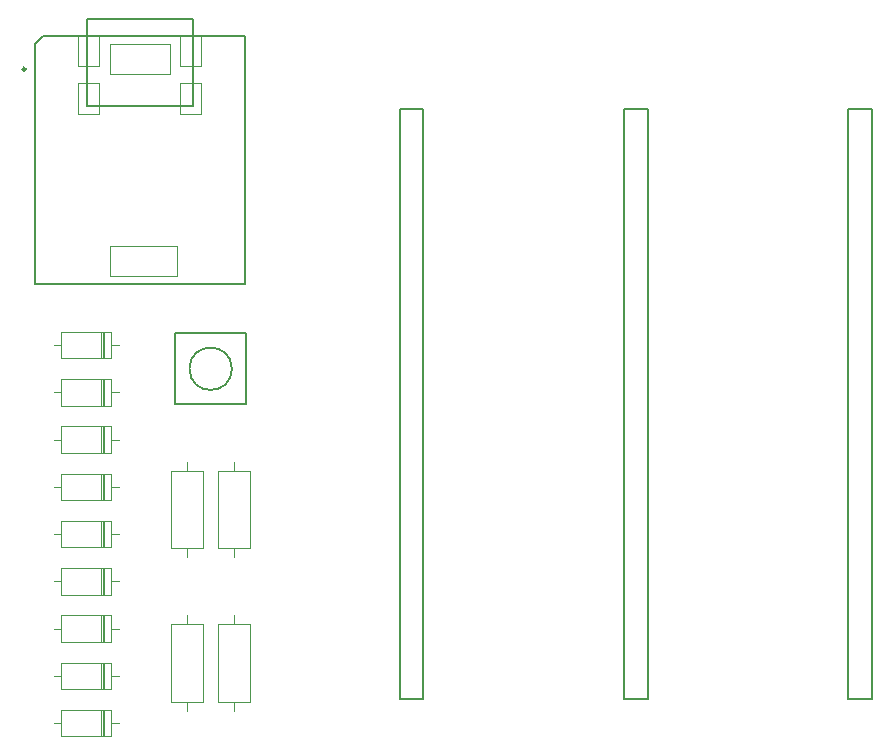
<source format=gto>
%TF.GenerationSoftware,KiCad,Pcbnew,(6.0.10)*%
%TF.CreationDate,2023-03-14T21:43:23-07:00*%
%TF.ProjectId,Top PCB,546f7020-5043-4422-9e6b-696361645f70,rev?*%
%TF.SameCoordinates,Original*%
%TF.FileFunction,Legend,Top*%
%TF.FilePolarity,Positive*%
%FSLAX46Y46*%
G04 Gerber Fmt 4.6, Leading zero omitted, Abs format (unit mm)*
G04 Created by KiCad (PCBNEW (6.0.10)) date 2023-03-14 21:43:23*
%MOMM*%
%LPD*%
G01*
G04 APERTURE LIST*
%ADD10C,0.150000*%
%ADD11C,0.066040*%
%ADD12C,0.127000*%
%ADD13C,0.254000*%
%ADD14C,0.120000*%
G04 APERTURE END LIST*
D10*
X169000000Y-58000000D02*
X171000000Y-58000000D01*
X171000000Y-58000000D02*
X171000000Y-108000000D01*
X171000000Y-108000000D02*
X169000000Y-108000000D01*
X169000000Y-108000000D02*
X169000000Y-58000000D01*
X207000000Y-58000000D02*
X209000000Y-58000000D01*
X209000000Y-58000000D02*
X209000000Y-108000000D01*
X209000000Y-108000000D02*
X207000000Y-108000000D01*
X207000000Y-108000000D02*
X207000000Y-58000000D01*
X188000000Y-108000000D02*
X190000000Y-108000000D01*
X190000000Y-108000000D02*
X190000000Y-58000000D01*
X190000000Y-58000000D02*
X188000000Y-58000000D01*
X188000000Y-58000000D02*
X188000000Y-108000000D01*
D11*
%TO.C,U1*%
X144460000Y-72160000D02*
X144460000Y-69620000D01*
D12*
X142509280Y-50371880D02*
X151503420Y-50371880D01*
X151503420Y-50371880D02*
X151503420Y-57725180D01*
D11*
X150429000Y-54380000D02*
X152207000Y-54380000D01*
D12*
X155907780Y-72795000D02*
X155907780Y-51796820D01*
D11*
X150429000Y-58446540D02*
X150429000Y-55777000D01*
X143571000Y-58446540D02*
X143571000Y-55777000D01*
X144460000Y-55015000D02*
X144460000Y-52475000D01*
X144460000Y-52475000D02*
X149540000Y-52475000D01*
X143571000Y-54380000D02*
X143571000Y-51713000D01*
X141793000Y-58446540D02*
X143571000Y-58446540D01*
X141793000Y-58446540D02*
X141793000Y-55777000D01*
D12*
X151503420Y-57725180D02*
X142504200Y-57725180D01*
D11*
X141793000Y-54380000D02*
X143571000Y-54380000D01*
X150175000Y-72160000D02*
X150175000Y-69620000D01*
X141793000Y-54380000D02*
X141793000Y-51713000D01*
D12*
X155907780Y-51796820D02*
X138780560Y-51796820D01*
D11*
X144460000Y-72160000D02*
X150175000Y-72160000D01*
D12*
X138110000Y-72795000D02*
X155907780Y-72795000D01*
D11*
X144460000Y-69620000D02*
X150175000Y-69620000D01*
X150429000Y-58446540D02*
X152207000Y-58446540D01*
X141793000Y-55777000D02*
X143571000Y-55777000D01*
X150429000Y-54380000D02*
X150429000Y-51713000D01*
D12*
X142504200Y-57725180D02*
X142504200Y-50371880D01*
D11*
X152207000Y-58446540D02*
X152207000Y-55777000D01*
X150429000Y-55777000D02*
X152207000Y-55777000D01*
X150429000Y-51713000D02*
X152207000Y-51713000D01*
X152207000Y-54380000D02*
X152207000Y-51713000D01*
D12*
X138780560Y-51796820D02*
X138110000Y-52467380D01*
D11*
X141793000Y-51713000D02*
X143571000Y-51713000D01*
D12*
X138110000Y-52467380D02*
X138110000Y-72795000D01*
D11*
X144460000Y-55015000D02*
X149540000Y-55015000D01*
X149540000Y-55015000D02*
X149540000Y-52475000D01*
D13*
X137348000Y-54634000D02*
G75*
G03*
X137348000Y-54634000I-127000J0D01*
G01*
D14*
%TO.C,D7*%
X143750000Y-103120000D02*
X143750000Y-100880000D01*
X145240000Y-102000000D02*
X144590000Y-102000000D01*
X140350000Y-100880000D02*
X140350000Y-103120000D01*
X144590000Y-100880000D02*
X140350000Y-100880000D01*
X143870000Y-103120000D02*
X143870000Y-100880000D01*
X139700000Y-102000000D02*
X140350000Y-102000000D01*
X143990000Y-103120000D02*
X143990000Y-100880000D01*
X140350000Y-103120000D02*
X144590000Y-103120000D01*
X144590000Y-103120000D02*
X144590000Y-100880000D01*
%TO.C,D8*%
X143990000Y-91120000D02*
X143990000Y-88880000D01*
X143750000Y-91120000D02*
X143750000Y-88880000D01*
X144590000Y-88880000D02*
X140350000Y-88880000D01*
X144590000Y-91120000D02*
X144590000Y-88880000D01*
X143870000Y-91120000D02*
X143870000Y-88880000D01*
X139700000Y-90000000D02*
X140350000Y-90000000D01*
X145240000Y-90000000D02*
X144590000Y-90000000D01*
X140350000Y-88880000D02*
X140350000Y-91120000D01*
X140350000Y-91120000D02*
X144590000Y-91120000D01*
D10*
%TO.C,SW1*%
X150000000Y-77000000D02*
X156000000Y-77000000D01*
X156000000Y-83000000D02*
X150000000Y-83000000D01*
X156000000Y-77000000D02*
X156000000Y-83000000D01*
X150000000Y-83000000D02*
X150000000Y-77000000D01*
X154796051Y-80000000D02*
G75*
G03*
X154796051Y-80000000I-1796051J0D01*
G01*
D14*
%TO.C,D9*%
X144590000Y-76880000D02*
X140350000Y-76880000D01*
X139700000Y-78000000D02*
X140350000Y-78000000D01*
X145240000Y-78000000D02*
X144590000Y-78000000D01*
X140350000Y-79120000D02*
X144590000Y-79120000D01*
X144590000Y-79120000D02*
X144590000Y-76880000D01*
X143990000Y-79120000D02*
X143990000Y-76880000D01*
X140350000Y-76880000D02*
X140350000Y-79120000D01*
X143870000Y-79120000D02*
X143870000Y-76880000D01*
X143750000Y-79120000D02*
X143750000Y-76880000D01*
%TO.C,R2*%
X155000000Y-87880000D02*
X155000000Y-88650000D01*
X156370000Y-88650000D02*
X153630000Y-88650000D01*
X153630000Y-95190000D02*
X156370000Y-95190000D01*
X155000000Y-95960000D02*
X155000000Y-95190000D01*
X156370000Y-95190000D02*
X156370000Y-88650000D01*
X153630000Y-88650000D02*
X153630000Y-95190000D01*
%TO.C,D2*%
X143870000Y-99120000D02*
X143870000Y-96880000D01*
X140350000Y-99120000D02*
X144590000Y-99120000D01*
X140350000Y-96880000D02*
X140350000Y-99120000D01*
X143750000Y-99120000D02*
X143750000Y-96880000D01*
X143990000Y-99120000D02*
X143990000Y-96880000D01*
X139700000Y-98000000D02*
X140350000Y-98000000D01*
X144590000Y-96880000D02*
X140350000Y-96880000D01*
X145240000Y-98000000D02*
X144590000Y-98000000D01*
X144590000Y-99120000D02*
X144590000Y-96880000D01*
%TO.C,D1*%
X140350000Y-111120000D02*
X144590000Y-111120000D01*
X140350000Y-108880000D02*
X140350000Y-111120000D01*
X143750000Y-111120000D02*
X143750000Y-108880000D01*
X143870000Y-111120000D02*
X143870000Y-108880000D01*
X144590000Y-111120000D02*
X144590000Y-108880000D01*
X144590000Y-108880000D02*
X140350000Y-108880000D01*
X143990000Y-111120000D02*
X143990000Y-108880000D01*
X139700000Y-110000000D02*
X140350000Y-110000000D01*
X145240000Y-110000000D02*
X144590000Y-110000000D01*
%TO.C,D6*%
X143990000Y-83120000D02*
X143990000Y-80880000D01*
X139700000Y-82000000D02*
X140350000Y-82000000D01*
X143750000Y-83120000D02*
X143750000Y-80880000D01*
X140350000Y-83120000D02*
X144590000Y-83120000D01*
X140350000Y-80880000D02*
X140350000Y-83120000D01*
X144590000Y-83120000D02*
X144590000Y-80880000D01*
X143870000Y-83120000D02*
X143870000Y-80880000D01*
X144590000Y-80880000D02*
X140350000Y-80880000D01*
X145240000Y-82000000D02*
X144590000Y-82000000D01*
%TO.C,D3*%
X144590000Y-87120000D02*
X144590000Y-84880000D01*
X139700000Y-86000000D02*
X140350000Y-86000000D01*
X140350000Y-84880000D02*
X140350000Y-87120000D01*
X143990000Y-87120000D02*
X143990000Y-84880000D01*
X143750000Y-87120000D02*
X143750000Y-84880000D01*
X143870000Y-87120000D02*
X143870000Y-84880000D01*
X145240000Y-86000000D02*
X144590000Y-86000000D01*
X140350000Y-87120000D02*
X144590000Y-87120000D01*
X144590000Y-84880000D02*
X140350000Y-84880000D01*
%TO.C,D4*%
X144590000Y-104880000D02*
X140350000Y-104880000D01*
X143750000Y-107120000D02*
X143750000Y-104880000D01*
X139700000Y-106000000D02*
X140350000Y-106000000D01*
X140350000Y-104880000D02*
X140350000Y-107120000D01*
X145240000Y-106000000D02*
X144590000Y-106000000D01*
X143870000Y-107120000D02*
X143870000Y-104880000D01*
X144590000Y-107120000D02*
X144590000Y-104880000D01*
X143990000Y-107120000D02*
X143990000Y-104880000D01*
X140350000Y-107120000D02*
X144590000Y-107120000D01*
%TO.C,R1*%
X151000000Y-87880000D02*
X151000000Y-88650000D01*
X152370000Y-95190000D02*
X152370000Y-88650000D01*
X152370000Y-88650000D02*
X149630000Y-88650000D01*
X149630000Y-88650000D02*
X149630000Y-95190000D01*
X151000000Y-95960000D02*
X151000000Y-95190000D01*
X149630000Y-95190000D02*
X152370000Y-95190000D01*
%TO.C,R3*%
X152370000Y-101650000D02*
X149630000Y-101650000D01*
X149630000Y-101650000D02*
X149630000Y-108190000D01*
X149630000Y-108190000D02*
X152370000Y-108190000D01*
X152370000Y-108190000D02*
X152370000Y-101650000D01*
X151000000Y-108960000D02*
X151000000Y-108190000D01*
X151000000Y-100880000D02*
X151000000Y-101650000D01*
%TO.C,R5*%
X155000000Y-100880000D02*
X155000000Y-101650000D01*
X155000000Y-108960000D02*
X155000000Y-108190000D01*
X156370000Y-108190000D02*
X156370000Y-101650000D01*
X156370000Y-101650000D02*
X153630000Y-101650000D01*
X153630000Y-101650000D02*
X153630000Y-108190000D01*
X153630000Y-108190000D02*
X156370000Y-108190000D01*
%TO.C,D5*%
X145240000Y-94000000D02*
X144590000Y-94000000D01*
X140350000Y-95120000D02*
X144590000Y-95120000D01*
X144590000Y-92880000D02*
X140350000Y-92880000D01*
X144590000Y-95120000D02*
X144590000Y-92880000D01*
X139700000Y-94000000D02*
X140350000Y-94000000D01*
X140350000Y-92880000D02*
X140350000Y-95120000D01*
X143750000Y-95120000D02*
X143750000Y-92880000D01*
X143870000Y-95120000D02*
X143870000Y-92880000D01*
X143990000Y-95120000D02*
X143990000Y-92880000D01*
%TD*%
M02*

</source>
